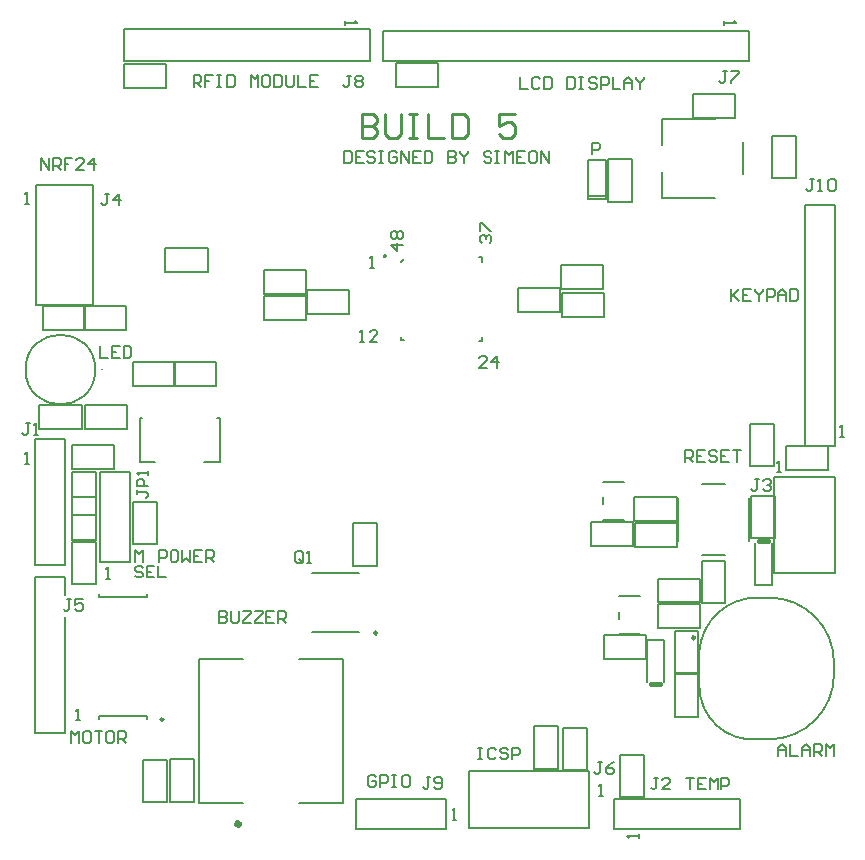
<source format=gto>
G04*
G04 #@! TF.GenerationSoftware,Altium Limited,Altium Designer,25.0.2 (28)*
G04*
G04 Layer_Color=65535*
%FSLAX44Y44*%
%MOMM*%
G71*
G04*
G04 #@! TF.SameCoordinates,3652E9EE-E87F-4F02-B139-E53364EF2805*
G04*
G04*
G04 #@! TF.FilePolarity,Positive*
G04*
G01*
G75*
%ADD10C,0.2500*%
%ADD11C,0.5000*%
%ADD12C,0.3000*%
%ADD13C,0.2000*%
%ADD14C,0.1000*%
%ADD15C,0.4000*%
%ADD16C,0.1530*%
D10*
X121270Y102660D02*
G03*
X121270Y102660I-1250J0D01*
G01*
X302250Y176000D02*
G03*
X302250Y176000I-1250J0D01*
G01*
X571250Y172000D02*
G03*
X571250Y172000I-1250J0D01*
G01*
X289000Y615494D02*
Y595500D01*
X298997D01*
X302329Y598832D01*
Y602164D01*
X298997Y605497D01*
X289000D01*
X298997D01*
X302329Y608829D01*
Y612161D01*
X298997Y615494D01*
X289000D01*
X308993D02*
Y598832D01*
X312326Y595500D01*
X318990D01*
X322323Y598832D01*
Y615494D01*
X328987D02*
X335652D01*
X332319D01*
Y595500D01*
X328987D01*
X335652D01*
X345648Y615494D02*
Y595500D01*
X358977D01*
X365642Y615494D02*
Y595500D01*
X375639D01*
X378971Y598832D01*
Y612161D01*
X375639Y615494D01*
X365642D01*
X418958D02*
X405629D01*
Y605497D01*
X412294Y608829D01*
X415626D01*
X418958Y605497D01*
Y598832D01*
X415626Y595500D01*
X408961D01*
X405629Y598832D01*
D11*
X185580Y14082D02*
G03*
X185580Y14082I-1250J0D01*
G01*
D12*
X308792Y495331D02*
G03*
X308792Y495331I-500J0D01*
G01*
D13*
X575000Y131000D02*
G03*
X624017Y86005I45160J0D01*
G01*
X624000Y206000D02*
G03*
X575000Y161021I0J-49180D01*
G01*
X689000Y151000D02*
G03*
X634000Y206000I-55000J0D01*
G01*
Y86000D02*
G03*
X689000Y141000I0J55000D01*
G01*
X63500Y399000D02*
G03*
X4500Y399000I-29500J0D01*
G01*
D02*
G03*
X63500Y399000I29500J0D01*
G01*
X554000Y141000D02*
X574000D01*
Y105000D02*
Y141000D01*
X554000Y105000D02*
X574000D01*
X554000D02*
Y141000D01*
Y142000D02*
X574000D01*
X554000D02*
Y178000D01*
X574000D01*
Y142000D02*
Y178000D01*
X539951Y201951D02*
X575951D01*
Y221951D01*
X539951D02*
X575951D01*
X539951Y201951D02*
Y221951D01*
X575780Y179840D02*
Y200160D01*
X540220Y179840D02*
X575780D01*
X540220Y200160D02*
X575780D01*
X540220Y179840D02*
Y200160D01*
X577000Y237000D02*
X597000D01*
Y201000D02*
Y237000D01*
X577000Y201000D02*
X597000D01*
X577000D02*
Y237000D01*
X107000Y103000D02*
Y106000D01*
X67000Y103000D02*
Y106000D01*
X66680Y206390D02*
Y208930D01*
Y206390D02*
X67320D01*
X66680D02*
X67320D01*
X107320D02*
Y208930D01*
X67000Y106000D02*
X107000D01*
X67320Y206390D02*
X107320D01*
X690250Y334400D02*
Y538400D01*
X664500D02*
X690250D01*
X664500Y334400D02*
X690250D01*
X664500D02*
Y538400D01*
X88000Y678000D02*
Y687000D01*
X296000D01*
Y660000D02*
Y687000D01*
X88000Y660000D02*
X296000D01*
X88000D02*
Y686000D01*
X12300Y233300D02*
X37700D01*
X12300D02*
Y340040D01*
X37700Y233300D02*
Y340040D01*
X12300D02*
X37700D01*
X12300D02*
X37700D01*
X502960Y10300D02*
Y35700D01*
Y10300D02*
Y35700D01*
X609700D01*
X502960Y10300D02*
X609700D01*
Y35700D01*
X103840Y33220D02*
X124160D01*
X103840D02*
Y68780D01*
X124160Y33220D02*
Y68780D01*
X103840D02*
X124160D01*
X147000Y33000D02*
Y69000D01*
X127000D02*
X147000D01*
X127000Y33000D02*
Y69000D01*
Y33000D02*
X147000D01*
X151330Y32083D02*
X188580D01*
X236080D02*
X273330D01*
Y154082D01*
X151330D02*
X188580D01*
X236080D02*
X273330D01*
X151330Y32083D02*
Y154082D01*
X282000Y233000D02*
X302000D01*
X282000D02*
Y269000D01*
X302000D01*
Y233000D02*
Y269000D01*
X247000Y227000D02*
X287000D01*
X247000Y177000D02*
X287000D01*
X543000Y544470D02*
Y566570D01*
Y589430D02*
Y611530D01*
X587890D01*
X611950Y564840D02*
X612020Y591970D01*
X543000Y544470D02*
X587890D01*
X498000Y577000D02*
X518000D01*
Y541000D02*
Y577000D01*
X498000Y541000D02*
X518000D01*
X498000D02*
Y577000D01*
X123000Y482000D02*
Y502000D01*
X159000D01*
Y482000D02*
Y502000D01*
X123000Y482000D02*
X159000D01*
X520000Y291000D02*
X556000D01*
X520000Y271000D02*
Y291000D01*
Y271000D02*
X556000D01*
Y291000D01*
X619000Y256000D02*
Y292000D01*
Y256000D02*
X639000D01*
Y292000D01*
X619000D02*
X639000D01*
X455000Y61000D02*
Y97000D01*
X435000D02*
X455000D01*
X435000Y61000D02*
Y97000D01*
Y61000D02*
X455000D01*
X16000Y349000D02*
X52000D01*
Y369000D01*
X16000D02*
X52000D01*
X16000Y349000D02*
Y369000D01*
X618000Y317000D02*
X638000D01*
X618000D02*
Y353000D01*
X638000D01*
Y317000D02*
Y353000D01*
X64000Y276000D02*
Y312000D01*
X44000D02*
X64000D01*
X44000Y276000D02*
Y312000D01*
Y276000D02*
X64000D01*
Y255000D02*
Y291000D01*
X44000D02*
X64000D01*
X44000Y255000D02*
Y291000D01*
Y255000D02*
X64000D01*
X495620Y543220D02*
Y545760D01*
X480380Y543220D02*
Y545760D01*
Y543220D02*
X495620D01*
X480380Y545760D02*
X495620D01*
X480380D02*
Y576240D01*
X495620D01*
Y545760D02*
Y576240D01*
X577000Y242000D02*
X597000D01*
X577000Y302000D02*
X597000D01*
X617000Y254000D02*
Y290000D01*
X557000Y254000D02*
Y290000D01*
X388302Y494061D02*
X390841D01*
Y490251D02*
Y494061D01*
X322262Y490251D02*
X324552Y492501D01*
X322262Y424211D02*
Y426751D01*
Y424211D02*
X324801D01*
X388302Y422941D02*
X390841D01*
Y426751D01*
X624000Y86000D02*
X629000D01*
X575000Y131000D02*
Y161000D01*
X624000Y206000D02*
X634000D01*
X689000Y141000D02*
Y151000D01*
X629000Y86000D02*
X634000D01*
X507000Y188000D02*
Y194000D01*
Y207000D02*
X525000D01*
X507000Y175000D02*
X525000D01*
X493000Y272000D02*
X511000D01*
X493000Y304000D02*
X511000D01*
X493000Y285000D02*
Y291000D01*
X67300Y312100D02*
X92700D01*
X67300Y235900D02*
Y312100D01*
X92700Y235900D02*
Y312100D01*
X67300Y235900D02*
X92700D01*
X283900Y10300D02*
Y35700D01*
Y10300D02*
X360100D01*
X283900Y35700D02*
X360100D01*
Y10300D02*
Y35700D01*
X13570Y453600D02*
X61830D01*
X13570D02*
Y555200D01*
X61830D01*
Y453600D02*
Y555200D01*
X379900Y10570D02*
Y58830D01*
X481500D01*
Y10570D02*
Y58830D01*
X379900Y10570D02*
X481500D01*
X167000Y358000D02*
X169000D01*
Y321000D02*
Y358000D01*
X101000D02*
X103000D01*
X101000Y321000D02*
Y358000D01*
Y321000D02*
X114000D01*
X156000D02*
X169000D01*
X689600Y226400D02*
Y308400D01*
X638300D02*
X689600D01*
X638300Y226400D02*
Y308400D01*
Y226400D02*
X689600D01*
X616840Y660300D02*
Y685700D01*
Y660300D02*
Y685700D01*
X306960Y660300D02*
X616840D01*
X306960Y685700D02*
X616840D01*
X357760Y660300D02*
X616840D01*
X357760Y685700D02*
X616840D01*
X306800Y660300D02*
Y685700D01*
X12300Y91460D02*
X37700D01*
X12300D02*
X37700D01*
X12300D02*
Y223540D01*
X37700Y91460D02*
Y185000D01*
X12300Y223540D02*
X37700D01*
X458720Y443840D02*
Y464160D01*
X494280D01*
X458720Y443840D02*
X494280D01*
Y464160D01*
X241780Y462840D02*
Y483160D01*
X206220Y462840D02*
X241780D01*
X206220Y483160D02*
X241780D01*
X206220Y462840D02*
Y483160D01*
X555780Y248840D02*
Y269160D01*
X520220Y248840D02*
X555780D01*
X520220Y269160D02*
X555780D01*
X520220Y248840D02*
Y269160D01*
X494220Y153840D02*
Y174160D01*
X529780D01*
X494220Y153840D02*
X529780D01*
Y174160D01*
X518780Y249840D02*
Y270160D01*
X483220Y249840D02*
X518780D01*
X483220Y270160D02*
X518780D01*
X483220Y249840D02*
Y270160D01*
X317970Y638590D02*
Y658910D01*
X353530D01*
X317970Y638590D02*
X353530D01*
Y658910D01*
X88220Y637840D02*
Y658160D01*
X123780D01*
X88220Y637840D02*
X123780D01*
Y658160D01*
X604780Y611840D02*
Y632160D01*
X569220Y611840D02*
X604780D01*
X569220Y632160D02*
X604780D01*
X569220Y611840D02*
Y632160D01*
X636840Y596780D02*
X657160D01*
Y561220D02*
Y596780D01*
X636840Y561220D02*
Y596780D01*
Y561220D02*
X657160D01*
X459840Y95780D02*
X480160D01*
Y60220D02*
Y95780D01*
X459840Y60220D02*
Y95780D01*
Y60220D02*
X480160D01*
X95840Y286780D02*
X116160D01*
Y251220D02*
Y286780D01*
X95840Y251220D02*
Y286780D01*
Y251220D02*
X116160D01*
X421720Y447840D02*
Y468160D01*
X457280D01*
X421720Y447840D02*
X457280D01*
Y468160D01*
X458220Y466840D02*
Y487160D01*
X493780D01*
X458220Y466840D02*
X493780D01*
Y487160D01*
X89780Y432840D02*
Y453160D01*
X54220Y432840D02*
X89780D01*
X54220Y453160D02*
X89780D01*
X54220Y432840D02*
Y453160D01*
X19220Y432840D02*
Y453160D01*
X54780D01*
X19220Y432840D02*
X54780D01*
Y453160D01*
X278030Y445840D02*
Y466160D01*
X242470Y445840D02*
X278030D01*
X242470Y466160D02*
X278030D01*
X242470Y445840D02*
Y466160D01*
X241780Y440840D02*
Y461160D01*
X206220Y440840D02*
X241780D01*
X206220Y461160D02*
X241780D01*
X206220Y440840D02*
Y461160D01*
X90280Y348840D02*
Y369160D01*
X54720Y348840D02*
X90280D01*
X54720Y369160D02*
X90280D01*
X54720Y348840D02*
Y369160D01*
X507840Y72780D02*
X528160D01*
Y37220D02*
Y72780D01*
X507840Y37220D02*
Y72780D01*
Y37220D02*
X528160D01*
X648220Y313840D02*
Y334160D01*
X683780D01*
X648220Y313840D02*
X683780D01*
Y334160D01*
X95220Y384840D02*
Y405160D01*
X130780D01*
X95220Y384840D02*
X130780D01*
Y405160D01*
X130220Y384840D02*
Y405160D01*
X165780D01*
X130220Y384840D02*
X165780D01*
Y405160D01*
X79780Y314840D02*
Y335160D01*
X44220Y314840D02*
X79780D01*
X44220Y335160D02*
X79780D01*
X44220Y314840D02*
Y335160D01*
X43840Y217220D02*
X64160D01*
X43840D02*
Y252780D01*
X64160Y217220D02*
Y252780D01*
X43840D02*
X64160D01*
X545112Y134220D02*
Y169780D01*
X530634D02*
X545112D01*
X530634Y134220D02*
Y169780D01*
X636366Y216220D02*
Y251780D01*
X621888Y216220D02*
X636366D01*
X621888D02*
Y251780D01*
X37700Y185000D02*
Y189913D01*
Y208479D02*
Y223540D01*
X694000Y342000D02*
X697332D01*
X695666D01*
Y351997D01*
X694000Y350331D01*
X275380Y693860D02*
Y690528D01*
Y692194D01*
X285377D01*
X283711Y693860D01*
X4140Y319180D02*
X7472D01*
X5806D01*
Y329177D01*
X4140Y327511D01*
X523820Y2140D02*
Y5472D01*
Y3806D01*
X513823D01*
X515489Y2140D01*
X72500Y222000D02*
X75832D01*
X74166D01*
Y231997D01*
X72500Y230331D01*
X366000Y18000D02*
X369332D01*
X367666D01*
Y27997D01*
X366000Y26331D01*
X4140Y539420D02*
X7472D01*
X5806D01*
Y549417D01*
X4140Y547751D01*
X490000Y38000D02*
X493332D01*
X491666D01*
Y47997D01*
X490000Y46331D01*
X641000Y312000D02*
X644332D01*
X642666D01*
Y321997D01*
X641000Y320331D01*
X595980Y693860D02*
Y690528D01*
Y692194D01*
X605977D01*
X604311Y693860D01*
X47000Y102000D02*
X50332D01*
X48666D01*
Y111997D01*
X47000Y110331D01*
X484000Y581250D02*
Y591247D01*
X488998D01*
X490664Y589581D01*
Y586248D01*
X488998Y584582D01*
X484000D01*
X324250Y504748D02*
X314253D01*
X319251Y499750D01*
Y506414D01*
X315919Y509747D02*
X314253Y511413D01*
Y514745D01*
X315919Y516411D01*
X317585D01*
X319251Y514745D01*
X320918Y516411D01*
X322584D01*
X324250Y514745D01*
Y511413D01*
X322584Y509747D01*
X320918D01*
X319251Y511413D01*
X317585Y509747D01*
X315919D01*
X319251Y511413D02*
Y514745D01*
X390669Y506500D02*
X389003Y508166D01*
Y511498D01*
X390669Y513164D01*
X392336D01*
X394002Y511498D01*
Y509832D01*
Y511498D01*
X395668Y513164D01*
X397334D01*
X399000Y511498D01*
Y508166D01*
X397334Y506500D01*
X389003Y516497D02*
Y523161D01*
X390669D01*
X397334Y516497D01*
X399000D01*
X395517Y400751D02*
X388852D01*
X395517Y407415D01*
Y409081D01*
X393851Y410747D01*
X390518D01*
X388852Y409081D01*
X403847Y400751D02*
Y410747D01*
X398849Y405749D01*
X405513D01*
X287500Y422250D02*
X290832D01*
X289166D01*
Y432247D01*
X287500Y430581D01*
X302495Y422250D02*
X295831D01*
X302495Y428914D01*
Y430581D01*
X300829Y432247D01*
X297497D01*
X295831Y430581D01*
X296383Y485149D02*
X299715D01*
X298049D01*
Y495145D01*
X296383Y493479D01*
X103665Y231331D02*
X101998Y232997D01*
X98666D01*
X97000Y231331D01*
Y229664D01*
X98666Y227998D01*
X101998D01*
X103665Y226332D01*
Y224666D01*
X101998Y223000D01*
X98666D01*
X97000Y224666D01*
X113661Y232997D02*
X106997D01*
Y223000D01*
X113661D01*
X106997Y227998D02*
X110329D01*
X116994Y232997D02*
Y223000D01*
X123658D01*
X97250Y236250D02*
Y246247D01*
X100582Y242915D01*
X103914Y246247D01*
Y236250D01*
X117244D02*
Y246247D01*
X122242D01*
X123908Y244581D01*
Y241248D01*
X122242Y239582D01*
X117244D01*
X132239Y246247D02*
X128906D01*
X127240Y244581D01*
Y237916D01*
X128906Y236250D01*
X132239D01*
X133905Y237916D01*
Y244581D01*
X132239Y246247D01*
X137237D02*
Y236250D01*
X140569Y239582D01*
X143902Y236250D01*
Y246247D01*
X153898D02*
X147234D01*
Y236250D01*
X153898D01*
X147234Y241248D02*
X150566D01*
X157231Y236250D02*
Y246247D01*
X162229D01*
X163895Y244581D01*
Y241248D01*
X162229Y239582D01*
X157231D01*
X160563D02*
X163895Y236250D01*
X43000Y83000D02*
Y92997D01*
X46332Y89664D01*
X49665Y92997D01*
Y83000D01*
X57995Y92997D02*
X54663D01*
X52997Y91331D01*
Y84666D01*
X54663Y83000D01*
X57995D01*
X59661Y84666D01*
Y91331D01*
X57995Y92997D01*
X62994D02*
X69658D01*
X66326D01*
Y83000D01*
X77989Y92997D02*
X74657D01*
X72990Y91331D01*
Y84666D01*
X74657Y83000D01*
X77989D01*
X79655Y84666D01*
Y91331D01*
X77989Y92997D01*
X82987Y83000D02*
Y92997D01*
X87985D01*
X89652Y91331D01*
Y87998D01*
X87985Y86332D01*
X82987D01*
X86319D02*
X89652Y83000D01*
X563750Y53497D02*
X570415D01*
X567082D01*
Y43500D01*
X580411Y53497D02*
X573747D01*
Y43500D01*
X580411D01*
X573747Y48498D02*
X577079D01*
X583744Y43500D02*
Y53497D01*
X587076Y50164D01*
X590408Y53497D01*
Y43500D01*
X593740D02*
Y53497D01*
X598739D01*
X600405Y51831D01*
Y48498D01*
X598739Y46832D01*
X593740D01*
X642000Y72000D02*
Y78664D01*
X645332Y81997D01*
X648664Y78664D01*
Y72000D01*
Y76998D01*
X642000D01*
X651997Y81997D02*
Y72000D01*
X658661D01*
X661993D02*
Y78664D01*
X665326Y81997D01*
X668658Y78664D01*
Y72000D01*
Y76998D01*
X661993D01*
X671990Y72000D02*
Y81997D01*
X676989D01*
X678655Y80331D01*
Y76998D01*
X676989Y75332D01*
X671990D01*
X675323D02*
X678655Y72000D01*
X681987D02*
Y81997D01*
X685319Y78664D01*
X688652Y81997D01*
Y72000D01*
X67500Y418747D02*
Y408750D01*
X74165D01*
X84161Y418747D02*
X77497D01*
Y408750D01*
X84161D01*
X77497Y413748D02*
X80829D01*
X87494Y418747D02*
Y408750D01*
X92492D01*
X94158Y410416D01*
Y417081D01*
X92492Y418747D01*
X87494D01*
X388000Y78997D02*
X391332D01*
X389666D01*
Y69000D01*
X388000D01*
X391332D01*
X402995Y77331D02*
X401329Y78997D01*
X397997D01*
X396331Y77331D01*
Y70666D01*
X397997Y69000D01*
X401329D01*
X402995Y70666D01*
X412992Y77331D02*
X411326Y78997D01*
X407994D01*
X406327Y77331D01*
Y75665D01*
X407994Y73998D01*
X411326D01*
X412992Y72332D01*
Y70666D01*
X411326Y69000D01*
X407994D01*
X406327Y70666D01*
X416324Y69000D02*
Y78997D01*
X421323D01*
X422989Y77331D01*
Y73998D01*
X421323Y72332D01*
X416324D01*
X301415Y53831D02*
X299748Y55497D01*
X296416D01*
X294750Y53831D01*
Y47166D01*
X296416Y45500D01*
X299748D01*
X301415Y47166D01*
Y50498D01*
X298082D01*
X304747Y45500D02*
Y55497D01*
X309745D01*
X311411Y53831D01*
Y50498D01*
X309745Y48832D01*
X304747D01*
X314744Y55497D02*
X318076D01*
X316410D01*
Y45500D01*
X314744D01*
X318076D01*
X328073Y55497D02*
X324740D01*
X323074Y53831D01*
Y47166D01*
X324740Y45500D01*
X328073D01*
X329739Y47166D01*
Y53831D01*
X328073Y55497D01*
X602000Y466997D02*
Y457000D01*
Y460332D01*
X608665Y466997D01*
X603666Y461998D01*
X608665Y457000D01*
X618661Y466997D02*
X611997D01*
Y457000D01*
X618661D01*
X611997Y461998D02*
X615329D01*
X621993Y466997D02*
Y465331D01*
X625326Y461998D01*
X628658Y465331D01*
Y466997D01*
X625326Y461998D02*
Y457000D01*
X631990D02*
Y466997D01*
X636989D01*
X638655Y465331D01*
Y461998D01*
X636989Y460332D01*
X631990D01*
X641987Y457000D02*
Y463665D01*
X645319Y466997D01*
X648652Y463665D01*
Y457000D01*
Y461998D01*
X641987D01*
X651984Y466997D02*
Y457000D01*
X656982D01*
X658648Y458666D01*
Y465331D01*
X656982Y466997D01*
X651984D01*
X423250Y646497D02*
Y636500D01*
X429915D01*
X439911Y644831D02*
X438245Y646497D01*
X434913D01*
X433247Y644831D01*
Y638166D01*
X434913Y636500D01*
X438245D01*
X439911Y638166D01*
X443244Y646497D02*
Y636500D01*
X448242D01*
X449908Y638166D01*
Y644831D01*
X448242Y646497D01*
X443244D01*
X463237D02*
Y636500D01*
X468236D01*
X469902Y638166D01*
Y644831D01*
X468236Y646497D01*
X463237D01*
X473234D02*
X476566D01*
X474900D01*
Y636500D01*
X473234D01*
X476566D01*
X488229Y644831D02*
X486563Y646497D01*
X483231D01*
X481564Y644831D01*
Y643165D01*
X483231Y641498D01*
X486563D01*
X488229Y639832D01*
Y638166D01*
X486563Y636500D01*
X483231D01*
X481564Y638166D01*
X491561Y636500D02*
Y646497D01*
X496560D01*
X498226Y644831D01*
Y641498D01*
X496560Y639832D01*
X491561D01*
X501558Y646497D02*
Y636500D01*
X508223D01*
X511555D02*
Y643165D01*
X514887Y646497D01*
X518219Y643165D01*
Y636500D01*
Y641498D01*
X511555D01*
X521552Y646497D02*
Y644831D01*
X524884Y641498D01*
X528216Y644831D01*
Y646497D01*
X524884Y641498D02*
Y636500D01*
X146750Y638500D02*
Y648497D01*
X151748D01*
X153414Y646831D01*
Y643498D01*
X151748Y641832D01*
X146750D01*
X150082D02*
X153414Y638500D01*
X163411Y648497D02*
X156747D01*
Y643498D01*
X160079D01*
X156747D01*
Y638500D01*
X166744Y648497D02*
X170076D01*
X168410D01*
Y638500D01*
X166744D01*
X170076D01*
X175074Y648497D02*
Y638500D01*
X180073D01*
X181739Y640166D01*
Y646831D01*
X180073Y648497D01*
X175074D01*
X195068Y638500D02*
Y648497D01*
X198400Y645164D01*
X201732Y648497D01*
Y638500D01*
X210063Y648497D02*
X206731D01*
X205065Y646831D01*
Y640166D01*
X206731Y638500D01*
X210063D01*
X211729Y640166D01*
Y646831D01*
X210063Y648497D01*
X215061D02*
Y638500D01*
X220060D01*
X221726Y640166D01*
Y646831D01*
X220060Y648497D01*
X215061D01*
X225058D02*
Y640166D01*
X226724Y638500D01*
X230056D01*
X231723Y640166D01*
Y648497D01*
X235055D02*
Y638500D01*
X241719D01*
X251716Y648497D02*
X245052D01*
Y638500D01*
X251716D01*
X245052Y643498D02*
X248384D01*
X17500Y567750D02*
Y577747D01*
X24165Y567750D01*
Y577747D01*
X27497Y567750D02*
Y577747D01*
X32495D01*
X34161Y576081D01*
Y572748D01*
X32495Y571082D01*
X27497D01*
X30829D02*
X34161Y567750D01*
X44158Y577747D02*
X37494D01*
Y572748D01*
X40826D01*
X37494D01*
Y567750D01*
X54155D02*
X47490D01*
X54155Y574414D01*
Y576081D01*
X52489Y577747D01*
X49156D01*
X47490Y576081D01*
X62485Y567750D02*
Y577747D01*
X57487Y572748D01*
X64152D01*
X168500Y194247D02*
Y184250D01*
X173498D01*
X175165Y185916D01*
Y187582D01*
X173498Y189248D01*
X168500D01*
X173498D01*
X175165Y190914D01*
Y192581D01*
X173498Y194247D01*
X168500D01*
X178497D02*
Y185916D01*
X180163Y184250D01*
X183495D01*
X185161Y185916D01*
Y194247D01*
X188494D02*
X195158D01*
Y192581D01*
X188494Y185916D01*
Y184250D01*
X195158D01*
X198490Y194247D02*
X205155D01*
Y192581D01*
X198490Y185916D01*
Y184250D01*
X205155D01*
X215152Y194247D02*
X208487D01*
Y184250D01*
X215152D01*
X208487Y189248D02*
X211819D01*
X218484Y184250D02*
Y194247D01*
X223482D01*
X225148Y192581D01*
Y189248D01*
X223482Y187582D01*
X218484D01*
X221816D02*
X225148Y184250D01*
X563250Y320750D02*
Y330747D01*
X568248D01*
X569915Y329081D01*
Y325748D01*
X568248Y324082D01*
X563250D01*
X566582D02*
X569915Y320750D01*
X579911Y330747D02*
X573247D01*
Y320750D01*
X579911D01*
X573247Y325748D02*
X576579D01*
X589908Y329081D02*
X588242Y330747D01*
X584910D01*
X583244Y329081D01*
Y327415D01*
X584910Y325748D01*
X588242D01*
X589908Y324082D01*
Y322416D01*
X588242Y320750D01*
X584910D01*
X583244Y322416D01*
X599905Y330747D02*
X593240D01*
Y320750D01*
X599905D01*
X593240Y325748D02*
X596573D01*
X603237Y330747D02*
X609902D01*
X606569D01*
Y320750D01*
X75334Y547998D02*
X72002D01*
X73668D01*
Y539668D01*
X72002Y538002D01*
X70335D01*
X68669Y539668D01*
X83665Y538002D02*
Y547998D01*
X78666Y543000D01*
X85331D01*
X598334Y651998D02*
X595002D01*
X596668D01*
Y643668D01*
X595002Y642002D01*
X593335D01*
X591669Y643668D01*
X601666Y651998D02*
X608331D01*
Y650332D01*
X601666Y643668D01*
Y642002D01*
X239125Y236742D02*
Y243407D01*
X237458Y245073D01*
X234126D01*
X232460Y243407D01*
Y236742D01*
X234126Y235076D01*
X237458D01*
X235792Y238408D02*
X239125Y235076D01*
X237458D02*
X239125Y236742D01*
X242457Y235076D02*
X245789D01*
X244123D01*
Y245073D01*
X242457Y243407D01*
X672169Y559998D02*
X668836D01*
X670502D01*
Y551668D01*
X668836Y550002D01*
X667170D01*
X665504Y551668D01*
X675501Y550002D02*
X678833D01*
X677167D01*
Y559998D01*
X675501Y558332D01*
X683831D02*
X685498Y559998D01*
X688830D01*
X690496Y558332D01*
Y551668D01*
X688830Y550002D01*
X685498D01*
X683831Y551668D01*
Y558332D01*
X347334Y53998D02*
X344002D01*
X345668D01*
Y45668D01*
X344002Y44002D01*
X342336D01*
X340669Y45668D01*
X350666D02*
X352332Y44002D01*
X355664D01*
X357331Y45668D01*
Y52332D01*
X355664Y53998D01*
X352332D01*
X350666Y52332D01*
Y50666D01*
X352332Y49000D01*
X357331D01*
X280334Y647998D02*
X277002D01*
X278668D01*
Y639668D01*
X277002Y638002D01*
X275336D01*
X273669Y639668D01*
X283666Y646332D02*
X285332Y647998D01*
X288664D01*
X290331Y646332D01*
Y644666D01*
X288664Y643000D01*
X290331Y641334D01*
Y639668D01*
X288664Y638002D01*
X285332D01*
X283666Y639668D01*
Y641334D01*
X285332Y643000D01*
X283666Y644666D01*
Y646332D01*
X285332Y643000D02*
X288664D01*
X492334Y66998D02*
X489002D01*
X490668D01*
Y58668D01*
X489002Y57002D01*
X487336D01*
X485669Y58668D01*
X502331Y66998D02*
X498998Y65332D01*
X495666Y62000D01*
Y58668D01*
X497332Y57002D01*
X500664D01*
X502331Y58668D01*
Y60334D01*
X500664Y62000D01*
X495666D01*
X43334Y204998D02*
X40002D01*
X41668D01*
Y196668D01*
X40002Y195002D01*
X38335D01*
X36669Y196668D01*
X53331Y204998D02*
X46666D01*
Y200000D01*
X49998Y201666D01*
X51665D01*
X53331Y200000D01*
Y196668D01*
X51665Y195002D01*
X48332D01*
X46666Y196668D01*
X540334Y53498D02*
X537002D01*
X538668D01*
Y45168D01*
X537002Y43502D01*
X535336D01*
X533669Y45168D01*
X550331Y43502D02*
X543666D01*
X550331Y50166D01*
Y51832D01*
X548665Y53498D01*
X545332D01*
X543666Y51832D01*
X8000Y353998D02*
X4668D01*
X6334D01*
Y345668D01*
X4668Y344002D01*
X3002D01*
X1336Y345668D01*
X11332Y344002D02*
X14664D01*
X12998D01*
Y353998D01*
X11332Y352332D01*
D14*
X68700Y399000D02*
G03*
X69700Y399000I500J0D01*
G01*
D02*
G03*
X68700Y399000I-500J0D01*
G01*
D15*
X534190Y132442D02*
X541810D01*
X625190Y253558D02*
X632810D01*
D16*
X274030Y584277D02*
Y574280D01*
X279028D01*
X280695Y575946D01*
Y582611D01*
X279028Y584277D01*
X274030D01*
X290691D02*
X284027D01*
Y574280D01*
X290691D01*
X284027Y579278D02*
X287359D01*
X300688Y582611D02*
X299022Y584277D01*
X295690D01*
X294023Y582611D01*
Y580945D01*
X295690Y579278D01*
X299022D01*
X300688Y577612D01*
Y575946D01*
X299022Y574280D01*
X295690D01*
X294023Y575946D01*
X304020Y584277D02*
X307353D01*
X305686D01*
Y574280D01*
X304020D01*
X307353D01*
X319016Y582611D02*
X317349Y584277D01*
X314017D01*
X312351Y582611D01*
Y575946D01*
X314017Y574280D01*
X317349D01*
X319016Y575946D01*
Y579278D01*
X315683D01*
X322348Y574280D02*
Y584277D01*
X329012Y574280D01*
Y584277D01*
X339009D02*
X332345D01*
Y574280D01*
X339009D01*
X332345Y579278D02*
X335677D01*
X342341Y584277D02*
Y574280D01*
X347340D01*
X349006Y575946D01*
Y582611D01*
X347340Y584277D01*
X342341D01*
X362335D02*
Y574280D01*
X367333D01*
X368999Y575946D01*
Y577612D01*
X367333Y579278D01*
X362335D01*
X367333D01*
X368999Y580945D01*
Y582611D01*
X367333Y584277D01*
X362335D01*
X372332D02*
Y582611D01*
X375664Y579278D01*
X378996Y582611D01*
Y584277D01*
X375664Y579278D02*
Y574280D01*
X398990Y582611D02*
X397324Y584277D01*
X393991D01*
X392325Y582611D01*
Y580945D01*
X393991Y579278D01*
X397324D01*
X398990Y577612D01*
Y575946D01*
X397324Y574280D01*
X393991D01*
X392325Y575946D01*
X402322Y584277D02*
X405654D01*
X403988D01*
Y574280D01*
X402322D01*
X405654D01*
X410653D02*
Y584277D01*
X413985Y580945D01*
X417317Y584277D01*
Y574280D01*
X427314Y584277D02*
X420649D01*
Y574280D01*
X427314D01*
X420649Y579278D02*
X423982D01*
X435645Y584277D02*
X432312D01*
X430646Y582611D01*
Y575946D01*
X432312Y574280D01*
X435645D01*
X437311Y575946D01*
Y582611D01*
X435645Y584277D01*
X440643Y574280D02*
Y584277D01*
X447308Y574280D01*
Y584277D01*
X98502Y296752D02*
Y293419D01*
Y295086D01*
X106832D01*
X108498Y293419D01*
Y291753D01*
X106832Y290087D01*
X108498Y300084D02*
X98502D01*
Y305082D01*
X100168Y306748D01*
X103500D01*
X105166Y305082D01*
Y300084D01*
X108498Y310081D02*
Y313413D01*
Y311747D01*
X98502D01*
X100168Y310081D01*
X625334Y305998D02*
X622002D01*
X623668D01*
Y297668D01*
X622002Y296002D01*
X620336D01*
X618669Y297668D01*
X628666Y304332D02*
X630332Y305998D01*
X633665D01*
X635331Y304332D01*
Y302666D01*
X633665Y301000D01*
X631998D01*
X633665D01*
X635331Y299334D01*
Y297668D01*
X633665Y296002D01*
X630332D01*
X628666Y297668D01*
M02*

</source>
